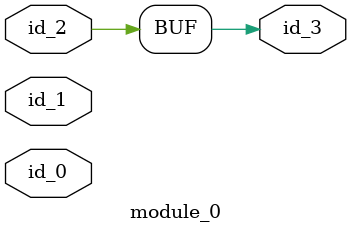
<source format=v>
`timescale 1ps / 1 ps
module module_0 (
    input  id_0,
    input  id_1,
    input  id_2,
    output id_3
);
  assign id_3[1'h0] = id_2;
endmodule

</source>
